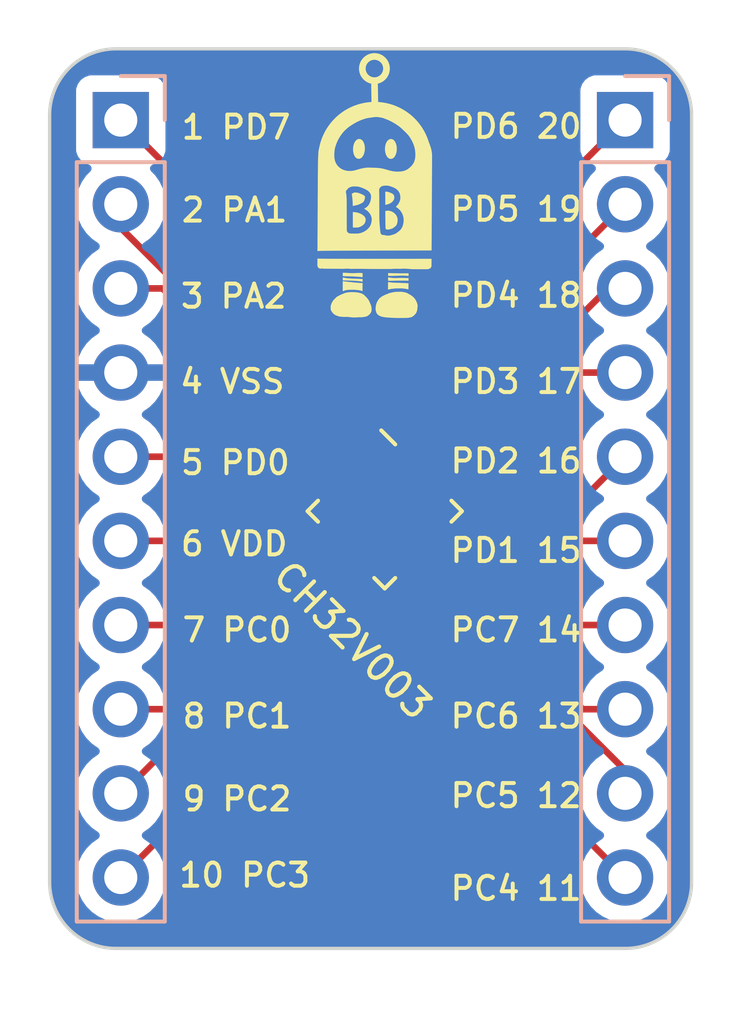
<source format=kicad_pcb>
(kicad_pcb (version 20221018) (generator pcbnew)
  (layers (0 "F.Cu" signal) (31 "B.Cu" signal) (34 "B.Paste" user) (35 "F.Paste" user) (36 "B.SilkS" user "B.Silkscreen") (37 "F.SilkS" user "F.Silkscreen") (38 "B.Mask" user) (39 "F.Mask" user) (44 "Edge.Cuts" user))
  (net 0 "")
  (net 1 "Net-(CH32V1-PD7)")
  (net 2 "Net-(CH32V1-PA1)")
  (net 3 "Net-(CH32V1-PA2)")
  (net 4 "Net-(CH32V1-PD0)")
  (net 5 "Net-(CH32V1-VDD)")
  (net 6 "Net-(CH32V1-PC0)")
  (net 7 "Net-(CH32V1-PC1{slash}SDA)")
  (net 8 "Net-(CH32V1-PC2{slash}SCL)")
  (net 9 "Net-(CH32V1-PC3)")
  (net 10 "Net-(CH32V1-PC4)")
  (net 11 "Net-(CH32V1-PC5{slash}SCK{slash}SCL)")
  (net 12 "Net-(CH32V1-PC6{slash}MOSI{slash}SDA)")
  (net 13 "Net-(CH32V1-PC7{slash}MISO)")
  (net 14 "Net-(CH32V1-PD1{slash}SWIO)")
  (net 15 "Net-(CH32V1-PD2)")
  (net 16 "Net-(CH32V1-PD3)")
  (net 17 "Net-(CH32V1-PD4)")
  (net 18 "Net-(CH32V1-PD5)")
  (net 19 "Net-(CH32V1-PD6)")
  (net 20 "GND")
  (footprint "Larry:QFN-20_3x3_improved" (layer "F.Cu") (at 144.976777 94.803553 -45)
    (fp_text reference "CH32V003" (at 2.064518 3.44589 135) (layer "F.SilkS") (effects (font (size 0.8 0.8) (thickness 0.125))))
    (fp_text value "~")
    (pad "1" smd oval (at -1.4 -0.8 45) (size 0.2 0.85) (layers "F.Cu" "F.Paste" "F.Mask") (net 1 "Net-(CH32V1-PD7)"))
    (pad "2" smd oval (at -1.4 -0.4 45) (size 0.2 0.85) (layers "F.Cu" "F.Paste" "F.Mask") (net 2 "Net-(CH32V1-PA1)"))
    (pad "3" smd oval (at -1.4 0 45) (size 0.2 0.85) (layers "F.Cu" "F.Paste" "F.Mask") (net 3 "Net-(CH32V1-PA2)"))
    (pad "4" smd oval (at -1.4 0.4 45) (size 0.2 0.85) (layers "F.Cu" "F.Paste" "F.Mask") (net 20 "GND"))
    (pad "5" smd oval (at -1.4 0.8 45) (size 0.2 0.85) (layers "F.Cu" "F.Paste" "F.Mask") (net 4 "Net-(CH32V1-PD0)"))
    (pad "6" smd oval (at -0.8 1.45 315) (size 0.2 0.85) (layers "F.Cu" "F.Paste" "F.Mask") (net 5 "Net-(CH32V1-VDD)"))
    (pad "7" smd oval (at -0.4 1.45 315) (size 0.2 0.85) (layers "F.Cu" "F.Paste" "F.Mask") (net 6 "Net-(CH32V1-PC0)"))
    (pad "8" smd oval (at 0 1.45 315) (size 0.2 0.85) (layers "F.Cu" "F.Paste" "F.Mask") (net 7 "Net-(CH32V1-PC1{slash}SDA)"))
    (pad "9" smd oval (at 0.4 1.45 315) (size 0.2 0.85) (layers "F.Cu" "F.Paste" "F.Mask") (net 8 "Net-(CH32V1-PC2{slash}SCL)"))
    (pad "10" smd oval (at 0.8 1.45 315) (size 0.2 0.85) (layers "F.Cu" "F.Paste" "F.Mask") (net 9 "Net-(CH32V1-PC3)"))
    (pad "11" smd oval (at 1.35 0.8 45) (size 0.2 0.85) (layers "F.Cu" "F.Paste" "F.Mask") (net 10 "Net-(CH32V1-PC4)"))
    (pad "12" smd oval (at 1.35 0.4 45) (size 0.2 0.85) (layers "F.Cu" "F.Paste" "F.Mask") (net 11 "Net-(CH32V1-PC5{slash}SCK{slash}SCL)"))
    (pad "13" smd oval (at 1.35 0 45) (size 0.2 0.85) (layers "F.Cu" "F.Paste" "F.Mask") (net 12 "Net-(CH32V1-PC6{slash}MOSI{slash}SDA)"))
    (pad "14" smd oval (at 1.35 -0.4 45) (size 0.2 0.85) (layers "F.Cu" "F.Paste" "F.Mask") (net 13 "Net-(CH32V1-PC7{slash}MISO)"))
    (pad "15" smd oval (at 1.35 -0.8 45) (size 0.2 0.85) (layers "F.Cu" "F.Paste" "F.Mask") (net 14 "Net-(CH32V1-PD1{slash}SWIO)"))
    (pad "16" smd oval (at 0.8 -1.425 315) (size 0.2 0.85) (layers "F.Cu" "F.Paste" "F.Mask") (net 15 "Net-(CH32V1-PD2)"))
    (pad "17" smd oval (at 0.4 -1.425 315) (size 0.2 0.85) (layers "F.Cu" "F.Paste" "F.Mask") (net 16 "Net-(CH32V1-PD3)"))
    (pad "18" smd oval (at 0 -1.425 315) (size 0.2 0.85) (layers "F.Cu" "F.Paste" "F.Mask") (net 17 "Net-(CH32V1-PD4)"))
    (pad "19" smd oval (at -0.4 -1.425 315) (size 0.2 0.85) (layers "F.Cu" "F.Paste" "F.Mask") (net 18 "Net-(CH32V1-PD5)"))
    (pad "20" smd oval (at -0.8 -1.425 315) (size 0.2 0.85) (layers "F.Cu" "F.Paste" "F.Mask") (net 19 "Net-(CH32V1-PD6)"))
    (pad "21" smd rect (at -0.375 -0.375 315) (size 0.25 0.25) (layers "F.Cu" "F.Paste" "F.Mask") (net 20 "GND"))
    (pad "21" smd rect (at -0.375 -0.125 315) (size 0.25 0.25) (layers "F.Cu" "F.Paste" "F.Mask") (net 20 "GND"))
    (pad "21" smd rect (at -0.375 0.125 315) (size 0.25 0.25) (layers "F.Cu" "F.Paste" "F.Mask") (net 20 "GND"))
    (pad "21" smd rect (at -0.375 0.375 315) (size 0.25 0.25) (layers "F.Cu" "F.Paste" "F.Mask") (net 20 "GND"))
    (pad "21" smd rect (at -0.125 -0.375 315) (size 0.25 0.25) (layers "F.Cu" "F.Paste" "F.Mask") (net 20 "GND"))
    (pad "21" smd rect (at -0.125 -0.125 315) (size 0.25 0.25) (layers "F.Cu" "F.Paste" "F.Mask") (net 20 "GND"))
    (pad "21" smd rect (at -0.125 0.125 315) (size 0.25 0.25) (layers "F.Cu" "F.Paste" "F.Mask") (net 20 "GND"))
    (pad "21" smd rect (at -0.125 0.375 315) (size 0.25 0.25) (layers "F.Cu" "F.Paste" "F.Mask") (net 20 "GND"))
    (pad "21" smd rect (at 0.125 -0.375 315) (size 0.25 0.25) (layers "F.Cu" "F.Paste" "F.Mask") (net 20 "GND"))
    (pad "21" smd rect (at 0.125 -0.125 315) (size 0.25 0.25) (layers "F.Cu" "F.Paste" "F.Mask") (net 20 "GND"))
    (pad "21" smd rect (at 0.125 0.125 315) (size 0.25 0.25) (layers "F.Cu" "F.Paste" "F.Mask") (net 20 "GND"))
    (pad "21" smd rect (at 0.125 0.375 315) (size 0.25 0.25) (layers "F.Cu" "F.Paste" "F.Mask") (net 20 "GND"))
    (pad "21" smd rect (at 0.375 -0.375 315) (size 0.25 0.25) (layers "F.Cu" "F.Paste" "F.Mask") (net 20 "GND"))
    (pad "21" smd rect (at 0.375 -0.125 315) (size 0.25 0.25) (layers "F.Cu" "F.Paste" "F.Mask") (net 20 "GND"))
    (pad "21" smd rect (at 0.375 0.125 315) (size 0.25 0.25) (layers "F.Cu" "F.Paste" "F.Mask") (net 20 "GND"))
    (pad "21" smd rect (at 0.375 0.375 315) (size 0.25 0.25) (layers "F.Cu" "F.Paste" "F.Mask") (net 20 "GND"))
  )
  (footprint "LOGO" (layer "F.Cu") (at 144.675 84.975)
    (fp_text reference "REF**" hide)
    (fp_text value "LOGO" hide)
  )
  (footprint "Connector_PinHeader_2.54mm:PinHeader_1x10_P2.54mm_Vertical" (layer "B.Cu") (at 152.24 83 180)
    (fp_text reference "J2" hide)
    (fp_text value "Conn_01x10_Pin" hide)
    (pad "1" thru_hole rect (at 0 0 180) (size 1.7 1.7) (drill 1) (layers "*.Cu" "*.Mask") (net 19 "Net-(CH32V1-PD6)"))
    (pad "2" thru_hole oval (at 0 -2.54 180) (size 1.7 1.7) (drill 1) (layers "*.Cu" "*.Mask") (net 18 "Net-(CH32V1-PD5)"))
    (pad "3" thru_hole oval (at 0 -5.08 180) (size 1.7 1.7) (drill 1) (layers "*.Cu" "*.Mask") (net 17 "Net-(CH32V1-PD4)"))
    (pad "4" thru_hole oval (at 0 -7.62 180) (size 1.7 1.7) (drill 1) (layers "*.Cu" "*.Mask") (net 16 "Net-(CH32V1-PD3)"))
    (pad "5" thru_hole oval (at 0 -10.16 180) (size 1.7 1.7) (drill 1) (layers "*.Cu" "*.Mask") (net 15 "Net-(CH32V1-PD2)"))
    (pad "6" thru_hole oval (at 0 -12.7 180) (size 1.7 1.7) (drill 1) (layers "*.Cu" "*.Mask") (net 14 "Net-(CH32V1-PD1{slash}SWIO)"))
    (pad "7" thru_hole oval (at 0 -15.24 180) (size 1.7 1.7) (drill 1) (layers "*.Cu" "*.Mask") (net 13 "Net-(CH32V1-PC7{slash}MISO)"))
    (pad "8" thru_hole oval (at 0 -17.78 180) (size 1.7 1.7) (drill 1) (layers "*.Cu" "*.Mask") (net 12 "Net-(CH32V1-PC6{slash}MOSI{slash}SDA)"))
    (pad "9" thru_hole oval (at 0 -20.32 180) (size 1.7 1.7) (drill 1) (layers "*.Cu" "*.Mask") (net 11 "Net-(CH32V1-PC5{slash}SCK{slash}SCL)"))
    (pad "10" thru_hole oval (at 0 -22.86 180) (size 1.7 1.7) (drill 1) (layers "*.Cu" "*.Mask") (net 10 "Net-(CH32V1-PC4)"))
  )
  (footprint "Connector_PinHeader_2.54mm:PinHeader_1x10_P2.54mm_Vertical" (layer "B.Cu") (at 137 83 180)
    (fp_text reference "J1" hide)
    (fp_text value "Conn_01x10_Pin" hide)
    (pad "1" thru_hole rect (at 0 0 180) (size 1.7 1.7) (drill 1) (layers "*.Cu" "*.Mask") (net 1 "Net-(CH32V1-PD7)"))
    (pad "2" thru_hole oval (at 0 -2.54 180) (size 1.7 1.7) (drill 1) (layers "*.Cu" "*.Mask") (net 2 "Net-(CH32V1-PA1)"))
    (pad "3" thru_hole oval (at 0 -5.08 180) (size 1.7 1.7) (drill 1) (layers "*.Cu" "*.Mask") (net 3 "Net-(CH32V1-PA2)"))
    (pad "4" thru_hole oval (at 0 -7.62 180) (size 1.7 1.7) (drill 1) (layers "*.Cu" "*.Mask") (net 20 "GND"))
    (pad "5" thru_hole oval (at 0 -10.16 180) (size 1.7 1.7) (drill 1) (layers "*.Cu" "*.Mask") (net 4 "Net-(CH32V1-PD0)"))
    (pad "6" thru_hole oval (at 0 -12.7 180) (size 1.7 1.7) (drill 1) (layers "*.Cu" "*.Mask") (net 5 "Net-(CH32V1-VDD)"))
    (pad "7" thru_hole oval (at 0 -15.24 180) (size 1.7 1.7) (drill 1) (layers "*.Cu" "*.Mask") (net 6 "Net-(CH32V1-PC0)"))
    (pad "8" thru_hole oval (at 0 -17.78 180) (size 1.7 1.7) (drill 1) (layers "*.Cu" "*.Mask") (net 7 "Net-(CH32V1-PC1{slash}SDA)"))
    (pad "9" thru_hole oval (at 0 -20.32 180) (size 1.7 1.7) (drill 1) (layers "*.Cu" "*.Mask") (net 8 "Net-(CH32V1-PC2{slash}SCL)"))
    (pad "10" thru_hole oval (at 0 -22.86 180) (size 1.7 1.7) (drill 1) (layers "*.Cu" "*.Mask") (net 9 "Net-(CH32V1-PC3)"))
  )
  (gr_arc (start 134.85 82.85) (mid 135.435786 81.435786) (end 136.85 80.85) (stroke (width 0.1)) (layer "Edge.Cuts"))
  (gr_line (start 136.85 80.85) (end 152.25 80.85) (stroke (width 0.1)) (layer "Edge.Cuts"))
  (gr_line (start 154.25 82.85) (end 154.25 106) (stroke (width 0.1)) (layer "Edge.Cuts"))
  (gr_line (start 152.25 108) (end 136.85 108) (stroke (width 0.1)) (layer "Edge.Cuts"))
  (gr_arc (start 152.25 80.85) (mid 153.664214 81.435786) (end 154.25 82.85) (stroke (width 0.1)) (layer "Edge.Cuts"))
  (gr_arc (start 136.85 108) (mid 135.435786 107.414214) (end 134.85 106) (stroke (width 0.1)) (layer "Edge.Cuts"))
  (gr_line (start 134.85 106) (end 134.85 82.85) (stroke (width 0.1)) (layer "Edge.Cuts"))
  (gr_arc (start 154.25 106) (mid 153.664214 107.414214) (end 152.25 108) (stroke (width 0.1)) (layer "Edge.Cuts"))
  (gr_text "PD3 17" (at 146.9 91.3) (layer "F.SilkS") (effects (font (size 0.7 0.7) (thickness 0.12) bold) (justify left bottom)))
  (gr_text "7 PC0" (at 138.8 98.8) (layer "F.SilkS") (effects (font (size 0.7 0.7) (thickness 0.12) bold) (justify left bottom)))
  (gr_text "PD2 16" (at 146.9 93.7) (layer "F.SilkS") (effects (font (size 0.7 0.7) (thickness 0.12) bold) (justify left bottom)))
  (gr_text "1 PD7" (at 138.775 83.625) (layer "F.SilkS") (effects (font (size 0.7 0.7) (thickness 0.12) bold) (justify left bottom)))
  (gr_text "PC4 11" (at 146.9 106.6) (layer "F.SilkS") (effects (font (size 0.7 0.7) (thickness 0.12) bold) (justify left bottom)))
  (gr_text "PC6 13" (at 146.9 101.4) (layer "F.SilkS") (effects (font (size 0.7 0.7) (thickness 0.12) bold) (justify left bottom)))
  (gr_text "2 PA1" (at 138.775 86.125) (layer "F.SilkS") (effects (font (size 0.7 0.7) (thickness 0.12) bold) (justify left bottom)))
  (gr_text "PD1 15" (at 146.9 96.4) (layer "F.SilkS") (effects (font (size 0.7 0.7) (thickness 0.12) bold) (justify left bottom)))
  (gr_text "6 VDD" (at 138.75 96.2) (layer "F.SilkS") (effects (font (size 0.7 0.7) (thickness 0.12) bold) (justify left bottom)))
  (gr_text "PD5 19" (at 146.9 86.1) (layer "F.SilkS") (effects (font (size 0.7 0.7) (thickness 0.12) bold) (justify left bottom)))
  (gr_text "9 PC2" (at 138.8 103.9) (layer "F.SilkS") (effects (font (size 0.7 0.7) (thickness 0.12) bold) (justify left bottom)))
  (gr_text "5 PD0" (at 138.75 93.75) (layer "F.SilkS") (effects (font (size 0.7 0.7) (thickness 0.12) bold) (justify left bottom)))
  (gr_text "PD6 20" (at 146.9 83.6) (layer "F.SilkS") (effects (font (size 0.7 0.7) (thickness 0.12) bold) (justify left bottom)))
  (gr_text "3 PA2" (at 138.75 88.725) (layer "F.SilkS") (effects (font (size 0.7 0.7) (thickness 0.12) bold) (justify left bottom)))
  (gr_text "10 PC3" (at 138.7 106.2) (layer "F.SilkS") (effects (font (size 0.7 0.7) (thickness 0.12) bold) (justify left bottom)))
  (gr_text "8 PC1" (at 138.8 101.4) (layer "F.SilkS") (effects (font (size 0.7 0.7) (thickness 0.12) bold) (justify left bottom)))
  (gr_text "PD4 18" (at 146.9 88.7) (layer "F.SilkS") (effects (font (size 0.7 0.7) (thickness 0.12) bold) (justify left bottom)))
  (gr_text "PC7 14" (at 146.9 98.8) (layer "F.SilkS") (effects (font (size 0.7 0.7) (thickness 0.12) bold) (justify left bottom)))
  (gr_text "4 VSS" (at 138.725 91.3) (layer "F.SilkS") (effects (font (size 0.7 0.7) (thickness 0.12) bold) (justify left bottom)))
  (gr_text "PC5 12" (at 146.9 103.8) (layer "F.SilkS") (effects (font (size 0.7 0.7) (thickness 0.12) bold) (justify left bottom)))
  (segment (start 144.530762 90.530762) (end 137 83) (width 0.2) (layer "F.Cu") (net 1))
  (segment (start 144.530762 93.21802) (end 144.530762 90.530762) (width 0.2) (layer "F.Cu") (net 1))
  (segment (start 144.247919 93.500862) (end 137 86.252942) (width 0.2) (layer "F.Cu") (net 2))
  (segment (start 137 86.252942) (end 137 85.54) (width 0.2) (layer "F.Cu") (net 2))
  (segment (start 138.261369 88.08) (end 137 88.08) (width 0.2) (layer "F.Cu") (net 3))
  (segment (start 143.965076 93.783705) (end 138.261369 88.08) (width 0.2) (layer "F.Cu") (net 3))
  (segment (start 142.21 93.16) (end 137 93.16) (width 0.2) (layer "F.Cu") (net 4))
  (segment (start 143.399391 94.349391) (end 142.21 93.16) (width 0.2) (layer "F.Cu") (net 4))
  (segment (start 142.96802 95.7) (end 137 95.7) (width 0.2) (layer "F.Cu") (net 5))
  (segment (start 143.399391 95.268629) (end 142.96802 95.7) (width 0.2) (layer "F.Cu") (net 5))
  (segment (start 140.993705 98.24) (end 137 98.24) (width 0.2) (layer "F.Cu") (net 6))
  (segment (start 143.682233 95.551472) (end 140.993705 98.24) (width 0.2) (layer "F.Cu") (net 6))
  (segment (start 143.965076 95.834315) (end 139.019391 100.78) (width 0.2) (layer "F.Cu") (net 7))
  (segment (start 139.019391 100.78) (end 137 100.78) (width 0.2) (layer "F.Cu") (net 7))
  (segment (start 144.247919 96.117158) (end 137.045077 103.32) (width 0.2) (layer "F.Cu") (net 8))
  (segment (start 137.045077 103.32) (end 137 103.32) (width 0.2) (layer "F.Cu") (net 8))
  (segment (start 144.530762 98.329238) (end 137 105.86) (width 0.2) (layer "F.Cu") (net 9))
  (segment (start 144.530762 96.4) (end 144.530762 98.329238) (width 0.2) (layer "F.Cu") (net 9))
  (segment (start 145.45 99.07) (end 152.24 105.86) (width 0.2) (layer "F.Cu") (net 10))
  (segment (start 145.45 96.4) (end 145.45 99.07) (width 0.2) (layer "F.Cu") (net 10))
  (segment (start 152.24 102.624316) (end 152.24 103.32) (width 0.2) (layer "F.Cu") (net 11))
  (segment (start 145.732843 96.117158) (end 152.24 102.624316) (width 0.2) (layer "F.Cu") (net 11))
  (segment (start 146.015686 95.834315) (end 150.961372 100.78) (width 0.2) (layer "F.Cu") (net 12))
  (segment (start 150.961372 100.78) (end 152.24 100.78) (width 0.2) (layer "F.Cu") (net 12))
  (segment (start 146.298529 95.551472) (end 148.987057 98.24) (width 0.2) (layer "F.Cu") (net 13))
  (segment (start 148.987057 98.24) (end 152.24 98.24) (width 0.2) (layer "F.Cu") (net 13))
  (segment (start 147.012742 95.7) (end 152.24 95.7) (width 0.2) (layer "F.Cu") (net 14))
  (segment (start 146.581371 95.268629) (end 147.012742 95.7) (width 0.2) (layer "F.Cu") (net 14))
  (segment (start 151.050609 94.349391) (end 152.24 93.16) (width 0.2) (layer "F.Cu") (net 15))
  (segment (start 146.581371 94.349391) (end 151.050609 94.349391) (width 0.2) (layer "F.Cu") (net 15))
  (segment (start 146.298529 94.066548) (end 149.745078 90.62) (width 0.2) (layer "F.Cu") (net 16))
  (segment (start 149.745078 90.62) (end 152.24 90.62) (width 0.2) (layer "F.Cu") (net 16))
  (segment (start 151.719393 88.08) (end 152.24 88.08) (width 0.2) (layer "F.Cu") (net 17))
  (segment (start 146.015686 93.783705) (end 151.719393 88.08) (width 0.2) (layer "F.Cu") (net 17))
  (segment (start 146.100522 91.679478) (end 152.24 85.54) (width 0.2) (layer "F.Cu") (net 18))
  (segment (start 146.100522 93.133185) (end 146.100522 91.679478) (width 0.2) (layer "F.Cu") (net 18))
  (segment (start 145.732843 93.500862) (end 146.100522 93.133185) (width 0.2) (layer "F.Cu") (net 18))
  (segment (start 145.45 89.79) (end 152.24 83) (width 0.2) (layer "F.Cu") (net 19))
  (segment (start 145.45 93.21802) (end 145.45 89.79) (width 0.2) (layer "F.Cu") (net 19))
  (segment (start 144.424695 94.80901) (end 144.990381 94.80901) (width 0.2) (layer "F.Cu") (net 20))
  (segment (start 140.235685 90.62) (end 137 90.62) (width 0.2) (layer "F.Cu") (net 20))
  (segment (start 143.682233 94.066548) (end 144.424695 94.80901) (width 0.2) (layer "F.Cu") (net 20))
  (segment (start 143.682233 94.066548) (end 140.235685 90.62) (width 0.2) (layer "F.Cu") (net 20))
  (zone (net 20) (net_name "GND") (layer "B.Cu") (connect_pads (clearance 0.5)) (min_thickness 0.25) (fill yes (thermal_gap 0.5) (thermal_bridge_width 0.5))
    (polygon (pts (xy 133.35 79.375) (xy 155.825 79.375) (xy 155.825 110.3) (xy 133.35 110.25)))
  )
)
</source>
